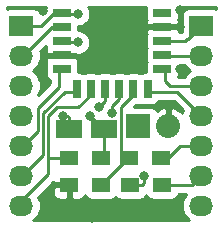
<source format=gbr>
G04 #@! TF.GenerationSoftware,KiCad,Pcbnew,5.1.5-52549c5~84~ubuntu18.04.1*
G04 #@! TF.CreationDate,2020-03-10T10:35:37+01:00*
G04 #@! TF.ProjectId,bm71_MODULE,626d3731-5f4d-44f4-9455-4c452e6b6963,rev?*
G04 #@! TF.SameCoordinates,Original*
G04 #@! TF.FileFunction,Copper,L2,Bot*
G04 #@! TF.FilePolarity,Positive*
%FSLAX46Y46*%
G04 Gerber Fmt 4.6, Leading zero omitted, Abs format (unit mm)*
G04 Created by KiCad (PCBNEW 5.1.5-52549c5~84~ubuntu18.04.1) date 2020-03-10 10:35:37*
%MOMM*%
%LPD*%
G04 APERTURE LIST*
%ADD10R,1.500000X0.700000*%
%ADD11R,0.700000X1.500000*%
%ADD12O,2.032000X2.032000*%
%ADD13R,2.032000X2.032000*%
%ADD14O,2.032000X1.727200*%
%ADD15R,2.032000X1.727200*%
%ADD16R,1.500000X1.300000*%
%ADD17R,2.200000X1.500000*%
%ADD18C,0.800000*%
%ADD19C,0.250000*%
%ADD20C,0.254000*%
G04 APERTURE END LIST*
D10*
X140602000Y-70008000D03*
X140602000Y-71208000D03*
X140602000Y-72408000D03*
X140602000Y-73608000D03*
X140602000Y-74808000D03*
D11*
X141852000Y-76458000D03*
X143052000Y-76458000D03*
X144252000Y-76458000D03*
X145452000Y-76458000D03*
X146652000Y-76458000D03*
X147852000Y-76458000D03*
D10*
X149102000Y-74808000D03*
X149102000Y-73608000D03*
X149102000Y-72408000D03*
X149102000Y-71208000D03*
X149102000Y-70008000D03*
D12*
X149606000Y-79629000D03*
D13*
X147066000Y-79629000D03*
D14*
X137160000Y-86360000D03*
X137160000Y-83820000D03*
X137160000Y-81280000D03*
X137160000Y-78740000D03*
X137160000Y-76200000D03*
X137160000Y-73660000D03*
D15*
X137160000Y-71120000D03*
D16*
X143924000Y-84582000D03*
X141224000Y-84582000D03*
X143924000Y-82296000D03*
X141224000Y-82296000D03*
X146398000Y-84582000D03*
X149098000Y-84582000D03*
X146304000Y-82296000D03*
X149004000Y-82296000D03*
D15*
X152400000Y-71120000D03*
D14*
X152400000Y-73660000D03*
X152400000Y-76200000D03*
X152400000Y-78740000D03*
X152400000Y-81280000D03*
X152400000Y-83820000D03*
X152400000Y-86360000D03*
D17*
X141224000Y-79883000D03*
X144124000Y-79883000D03*
D18*
X140716000Y-78740000D03*
X141986000Y-72517000D03*
X143002000Y-78740000D03*
X143764000Y-77978000D03*
X139192000Y-73660000D03*
X146812000Y-74676000D03*
X145288000Y-74676000D03*
X145288000Y-73533000D03*
X146685000Y-73533000D03*
X146685000Y-72517000D03*
X145288000Y-72517000D03*
X145288000Y-71247000D03*
X146685000Y-71247000D03*
X146685000Y-70231000D03*
X145288000Y-70231000D03*
X143891000Y-70231000D03*
X150622000Y-74803000D03*
X143129000Y-87376000D03*
X146685000Y-86360000D03*
X150622000Y-69799200D03*
X139009547Y-69896147D03*
X150596602Y-71196200D03*
X141986000Y-70104000D03*
X147574000Y-83820000D03*
X144824001Y-78466754D03*
D19*
X141081000Y-78740000D02*
X140716000Y-78740000D01*
X141224000Y-78883000D02*
X141081000Y-78740000D01*
X141224000Y-79883000D02*
X141224000Y-78883000D01*
X144124000Y-79883000D02*
X144124000Y-82096000D01*
X144124000Y-82096000D02*
X143924000Y-82296000D01*
X140461000Y-72517000D02*
X140352000Y-72408000D01*
X141986000Y-72517000D02*
X140461000Y-72517000D01*
X143401999Y-79139999D02*
X143002000Y-78740000D01*
X143616000Y-79883000D02*
X143616000Y-79354000D01*
X143616000Y-79354000D02*
X143401999Y-79139999D01*
X151010400Y-72408000D02*
X151180800Y-72237600D01*
X149352000Y-72408000D02*
X151010400Y-72408000D01*
X151180800Y-72237600D02*
X151282400Y-72237600D01*
X151282400Y-72237600D02*
X152400000Y-71120000D01*
X149404000Y-73660000D02*
X152400000Y-73660000D01*
X149352000Y-73608000D02*
X149404000Y-73660000D01*
X149733000Y-76200000D02*
X152400000Y-76200000D01*
X149352000Y-74808000D02*
X149352000Y-75819000D01*
X149352000Y-75819000D02*
X149733000Y-76200000D01*
X150368000Y-76708000D02*
X152400000Y-78740000D01*
X147852000Y-76708000D02*
X150368000Y-76708000D01*
X144252000Y-77490000D02*
X144163999Y-77578001D01*
X144163999Y-77578001D02*
X143764000Y-77978000D01*
X144252000Y-76708000D02*
X144252000Y-77490000D01*
X139468040Y-82296000D02*
X141224000Y-82296000D01*
X139457020Y-82307020D02*
X139468040Y-82296000D01*
X143052000Y-76943002D02*
X141980004Y-78014998D01*
X140160001Y-78014998D02*
X139457020Y-78717979D01*
X141980004Y-78014998D02*
X140160001Y-78014998D01*
X139457020Y-78717979D02*
X139457020Y-82307020D01*
X143052000Y-76708000D02*
X143052000Y-76943002D01*
X137160000Y-85979000D02*
X137160000Y-86360000D01*
X139457020Y-82307020D02*
X139457020Y-83681980D01*
X139457020Y-83681980D02*
X137160000Y-85979000D01*
X137210800Y-83820000D02*
X137160000Y-83820000D01*
X139007009Y-82023791D02*
X137210800Y-83820000D01*
X139007009Y-78531579D02*
X139007009Y-82023791D01*
X141852000Y-76708000D02*
X140830588Y-76708000D01*
X140830588Y-76708000D02*
X139007009Y-78531579D01*
X140352000Y-76310000D02*
X138557000Y-78105000D01*
X137312400Y-81280000D02*
X137160000Y-81280000D01*
X140352000Y-74808000D02*
X140352000Y-76310000D01*
X138557000Y-78105000D02*
X138557000Y-80035400D01*
X138557000Y-80035400D02*
X137312400Y-81280000D01*
X140352000Y-73608000D02*
X139244000Y-73608000D01*
X139244000Y-73608000D02*
X139192000Y-73660000D01*
X146812000Y-74676000D02*
X145288000Y-74676000D01*
X145288000Y-73533000D02*
X146685000Y-73533000D01*
X146685000Y-72517000D02*
X145288000Y-72517000D01*
X145288000Y-71247000D02*
X146685000Y-71247000D01*
X146685000Y-70231000D02*
X145288000Y-70231000D01*
X144145000Y-86360000D02*
X143129000Y-87376000D01*
X146685000Y-86360000D02*
X144145000Y-86360000D01*
X150622000Y-69799200D02*
X150622000Y-71170802D01*
X150622000Y-71170802D02*
X150596602Y-71196200D01*
X139764400Y-71208000D02*
X140352000Y-71208000D01*
X137312400Y-73660000D02*
X139764400Y-71208000D01*
X137160000Y-73660000D02*
X137312400Y-73660000D01*
X138811000Y-71120000D02*
X137160000Y-71120000D01*
X140352000Y-70008000D02*
X139923000Y-70008000D01*
X139923000Y-70008000D02*
X138811000Y-71120000D01*
X140448000Y-70104000D02*
X140352000Y-70008000D01*
X141986000Y-70104000D02*
X140448000Y-70104000D01*
X143924000Y-84576000D02*
X143924000Y-84582000D01*
X146304000Y-82296000D02*
X146204000Y-82296000D01*
X146204000Y-82296000D02*
X143924000Y-84576000D01*
X146652000Y-76943002D02*
X146652000Y-76708000D01*
X145643600Y-81711800D02*
X145643600Y-77951402D01*
X146304000Y-82296000D02*
X146227800Y-82296000D01*
X145643600Y-77951402D02*
X146652000Y-76943002D01*
X146227800Y-82296000D02*
X145643600Y-81711800D01*
X147574000Y-84406000D02*
X147574000Y-83820000D01*
X146398000Y-84582000D02*
X147398000Y-84582000D01*
X147398000Y-84582000D02*
X147574000Y-84406000D01*
X145452000Y-76708000D02*
X145452000Y-77273070D01*
X145452000Y-77273070D02*
X144824001Y-77901069D01*
X144824001Y-77901069D02*
X144824001Y-78466754D01*
X149098000Y-84582000D02*
X151638000Y-84582000D01*
X151638000Y-84582000D02*
X152400000Y-83820000D01*
X149606000Y-82296000D02*
X149004000Y-82296000D01*
X150622000Y-81280000D02*
X149606000Y-82296000D01*
X152400000Y-81280000D02*
X150622000Y-81280000D01*
D20*
G36*
X139997750Y-84455000D02*
G01*
X141097000Y-84455000D01*
X141097000Y-84435000D01*
X141351000Y-84435000D01*
X141351000Y-84455000D01*
X141371000Y-84455000D01*
X141371000Y-84709000D01*
X141351000Y-84709000D01*
X141351000Y-85708250D01*
X141509750Y-85867000D01*
X141974000Y-85870072D01*
X142098482Y-85857812D01*
X142218180Y-85821502D01*
X142328494Y-85762537D01*
X142425185Y-85683185D01*
X142504537Y-85586494D01*
X142563502Y-85476180D01*
X142574000Y-85441573D01*
X142584498Y-85476180D01*
X142643463Y-85586494D01*
X142722815Y-85683185D01*
X142819506Y-85762537D01*
X142929820Y-85821502D01*
X143049518Y-85857812D01*
X143174000Y-85870072D01*
X144674000Y-85870072D01*
X144798482Y-85857812D01*
X144918180Y-85821502D01*
X145028494Y-85762537D01*
X145125185Y-85683185D01*
X145161000Y-85639544D01*
X145196815Y-85683185D01*
X145293506Y-85762537D01*
X145403820Y-85821502D01*
X145523518Y-85857812D01*
X145648000Y-85870072D01*
X147148000Y-85870072D01*
X147272482Y-85857812D01*
X147392180Y-85821502D01*
X147502494Y-85762537D01*
X147599185Y-85683185D01*
X147678537Y-85586494D01*
X147737502Y-85476180D01*
X147748000Y-85441573D01*
X147758498Y-85476180D01*
X147817463Y-85586494D01*
X147896815Y-85683185D01*
X147993506Y-85762537D01*
X148103820Y-85821502D01*
X148223518Y-85857812D01*
X148348000Y-85870072D01*
X149848000Y-85870072D01*
X149972482Y-85857812D01*
X150092180Y-85821502D01*
X150202494Y-85762537D01*
X150299185Y-85683185D01*
X150378537Y-85586494D01*
X150437502Y-85476180D01*
X150473812Y-85356482D01*
X150475238Y-85342000D01*
X151144398Y-85342000D01*
X150995531Y-85523394D01*
X150856375Y-85783736D01*
X150770684Y-86066223D01*
X150741749Y-86360000D01*
X150770684Y-86653777D01*
X150856375Y-86936264D01*
X150995531Y-87196606D01*
X151182803Y-87424797D01*
X151376792Y-87584000D01*
X138183208Y-87584000D01*
X138377197Y-87424797D01*
X138564469Y-87196606D01*
X138703625Y-86936264D01*
X138789316Y-86653777D01*
X138818251Y-86360000D01*
X138789316Y-86066223D01*
X138703625Y-85783736D01*
X138608337Y-85605465D01*
X138981802Y-85232000D01*
X139835928Y-85232000D01*
X139848188Y-85356482D01*
X139884498Y-85476180D01*
X139943463Y-85586494D01*
X140022815Y-85683185D01*
X140119506Y-85762537D01*
X140229820Y-85821502D01*
X140349518Y-85857812D01*
X140474000Y-85870072D01*
X140938250Y-85867000D01*
X141097000Y-85708250D01*
X141097000Y-84709000D01*
X139997750Y-84709000D01*
X139839000Y-84867750D01*
X139835928Y-85232000D01*
X138981802Y-85232000D01*
X139878276Y-84335526D01*
X139997750Y-84455000D01*
G37*
X139997750Y-84455000D02*
X141097000Y-84455000D01*
X141097000Y-84435000D01*
X141351000Y-84435000D01*
X141351000Y-84455000D01*
X141371000Y-84455000D01*
X141371000Y-84709000D01*
X141351000Y-84709000D01*
X141351000Y-85708250D01*
X141509750Y-85867000D01*
X141974000Y-85870072D01*
X142098482Y-85857812D01*
X142218180Y-85821502D01*
X142328494Y-85762537D01*
X142425185Y-85683185D01*
X142504537Y-85586494D01*
X142563502Y-85476180D01*
X142574000Y-85441573D01*
X142584498Y-85476180D01*
X142643463Y-85586494D01*
X142722815Y-85683185D01*
X142819506Y-85762537D01*
X142929820Y-85821502D01*
X143049518Y-85857812D01*
X143174000Y-85870072D01*
X144674000Y-85870072D01*
X144798482Y-85857812D01*
X144918180Y-85821502D01*
X145028494Y-85762537D01*
X145125185Y-85683185D01*
X145161000Y-85639544D01*
X145196815Y-85683185D01*
X145293506Y-85762537D01*
X145403820Y-85821502D01*
X145523518Y-85857812D01*
X145648000Y-85870072D01*
X147148000Y-85870072D01*
X147272482Y-85857812D01*
X147392180Y-85821502D01*
X147502494Y-85762537D01*
X147599185Y-85683185D01*
X147678537Y-85586494D01*
X147737502Y-85476180D01*
X147748000Y-85441573D01*
X147758498Y-85476180D01*
X147817463Y-85586494D01*
X147896815Y-85683185D01*
X147993506Y-85762537D01*
X148103820Y-85821502D01*
X148223518Y-85857812D01*
X148348000Y-85870072D01*
X149848000Y-85870072D01*
X149972482Y-85857812D01*
X150092180Y-85821502D01*
X150202494Y-85762537D01*
X150299185Y-85683185D01*
X150378537Y-85586494D01*
X150437502Y-85476180D01*
X150473812Y-85356482D01*
X150475238Y-85342000D01*
X151144398Y-85342000D01*
X150995531Y-85523394D01*
X150856375Y-85783736D01*
X150770684Y-86066223D01*
X150741749Y-86360000D01*
X150770684Y-86653777D01*
X150856375Y-86936264D01*
X150995531Y-87196606D01*
X151182803Y-87424797D01*
X151376792Y-87584000D01*
X138183208Y-87584000D01*
X138377197Y-87424797D01*
X138564469Y-87196606D01*
X138703625Y-86936264D01*
X138789316Y-86653777D01*
X138818251Y-86360000D01*
X138789316Y-86066223D01*
X138703625Y-85783736D01*
X138608337Y-85605465D01*
X138981802Y-85232000D01*
X139835928Y-85232000D01*
X139848188Y-85356482D01*
X139884498Y-85476180D01*
X139943463Y-85586494D01*
X140022815Y-85683185D01*
X140119506Y-85762537D01*
X140229820Y-85821502D01*
X140349518Y-85857812D01*
X140474000Y-85870072D01*
X140938250Y-85867000D01*
X141097000Y-85708250D01*
X141097000Y-84709000D01*
X139997750Y-84709000D01*
X139839000Y-84867750D01*
X139835928Y-85232000D01*
X138981802Y-85232000D01*
X139878276Y-84335526D01*
X139997750Y-84455000D01*
G36*
X150831369Y-78246170D02*
G01*
X150770684Y-78446223D01*
X150768940Y-78463930D01*
X150728569Y-78418358D01*
X150470815Y-78222618D01*
X150179826Y-78080924D01*
X149988944Y-78023025D01*
X149733000Y-78142164D01*
X149733000Y-79502000D01*
X149753000Y-79502000D01*
X149753000Y-79756000D01*
X149733000Y-79756000D01*
X149733000Y-79776000D01*
X149479000Y-79776000D01*
X149479000Y-79756000D01*
X149459000Y-79756000D01*
X149459000Y-79502000D01*
X149479000Y-79502000D01*
X149479000Y-78142164D01*
X149223056Y-78023025D01*
X149032174Y-78080924D01*
X148741185Y-78222618D01*
X148636036Y-78302469D01*
X148612537Y-78258506D01*
X148533185Y-78161815D01*
X148436494Y-78082463D01*
X148326180Y-78023498D01*
X148206482Y-77987188D01*
X148082000Y-77974928D01*
X146694876Y-77974928D01*
X146823732Y-77846072D01*
X147002000Y-77846072D01*
X147126482Y-77833812D01*
X147246180Y-77797502D01*
X147252000Y-77794391D01*
X147257820Y-77797502D01*
X147377518Y-77833812D01*
X147502000Y-77846072D01*
X148202000Y-77846072D01*
X148326482Y-77833812D01*
X148446180Y-77797502D01*
X148556494Y-77738537D01*
X148653185Y-77659185D01*
X148732537Y-77562494D01*
X148783046Y-77468000D01*
X150053199Y-77468000D01*
X150831369Y-78246170D01*
G37*
X150831369Y-78246170D02*
X150770684Y-78446223D01*
X150768940Y-78463930D01*
X150728569Y-78418358D01*
X150470815Y-78222618D01*
X150179826Y-78080924D01*
X149988944Y-78023025D01*
X149733000Y-78142164D01*
X149733000Y-79502000D01*
X149753000Y-79502000D01*
X149753000Y-79756000D01*
X149733000Y-79756000D01*
X149733000Y-79776000D01*
X149479000Y-79776000D01*
X149479000Y-79756000D01*
X149459000Y-79756000D01*
X149459000Y-79502000D01*
X149479000Y-79502000D01*
X149479000Y-78142164D01*
X149223056Y-78023025D01*
X149032174Y-78080924D01*
X148741185Y-78222618D01*
X148636036Y-78302469D01*
X148612537Y-78258506D01*
X148533185Y-78161815D01*
X148436494Y-78082463D01*
X148326180Y-78023498D01*
X148206482Y-77987188D01*
X148082000Y-77974928D01*
X146694876Y-77974928D01*
X146823732Y-77846072D01*
X147002000Y-77846072D01*
X147126482Y-77833812D01*
X147246180Y-77797502D01*
X147252000Y-77794391D01*
X147257820Y-77797502D01*
X147377518Y-77833812D01*
X147502000Y-77846072D01*
X148202000Y-77846072D01*
X148326482Y-77833812D01*
X148446180Y-77797502D01*
X148556494Y-77738537D01*
X148653185Y-77659185D01*
X148732537Y-77562494D01*
X148783046Y-77468000D01*
X150053199Y-77468000D01*
X150831369Y-78246170D01*
G36*
X137287000Y-78613000D02*
G01*
X137307000Y-78613000D01*
X137307000Y-78867000D01*
X137287000Y-78867000D01*
X137287000Y-78887000D01*
X137033000Y-78887000D01*
X137033000Y-78867000D01*
X137013000Y-78867000D01*
X137013000Y-78613000D01*
X137033000Y-78613000D01*
X137033000Y-78593000D01*
X137287000Y-78593000D01*
X137287000Y-78613000D01*
G37*
X137287000Y-78613000D02*
X137307000Y-78613000D01*
X137307000Y-78867000D01*
X137287000Y-78867000D01*
X137287000Y-78887000D01*
X137033000Y-78887000D01*
X137033000Y-78867000D01*
X137013000Y-78867000D01*
X137013000Y-78613000D01*
X137033000Y-78613000D01*
X137033000Y-78593000D01*
X137287000Y-78593000D01*
X137287000Y-78613000D01*
G36*
X147726188Y-69533518D02*
G01*
X147713928Y-69658000D01*
X147713928Y-70358000D01*
X147726188Y-70482482D01*
X147762498Y-70602180D01*
X147765609Y-70608000D01*
X147762498Y-70613820D01*
X147726188Y-70733518D01*
X147713928Y-70858000D01*
X147717000Y-70922250D01*
X147875750Y-71081000D01*
X148975000Y-71081000D01*
X148975000Y-71061000D01*
X149229000Y-71061000D01*
X149229000Y-71081000D01*
X150328250Y-71081000D01*
X150487000Y-70922250D01*
X150490072Y-70858000D01*
X150477812Y-70733518D01*
X150441502Y-70613820D01*
X150438391Y-70608000D01*
X150441502Y-70602180D01*
X150477812Y-70482482D01*
X150490072Y-70358000D01*
X150490072Y-69658000D01*
X150477812Y-69533518D01*
X150472195Y-69515000D01*
X153624001Y-69515000D01*
X153624001Y-69655923D01*
X153540482Y-69630588D01*
X153416000Y-69618328D01*
X151384000Y-69618328D01*
X151259518Y-69630588D01*
X151139820Y-69666898D01*
X151029506Y-69725863D01*
X150932815Y-69805215D01*
X150853463Y-69901906D01*
X150794498Y-70012220D01*
X150758188Y-70131918D01*
X150745928Y-70256400D01*
X150745928Y-71648000D01*
X150481208Y-71648000D01*
X150490072Y-71558000D01*
X150487000Y-71493750D01*
X150328250Y-71335000D01*
X149229000Y-71335000D01*
X149229000Y-71355000D01*
X148975000Y-71355000D01*
X148975000Y-71335000D01*
X147875750Y-71335000D01*
X147717000Y-71493750D01*
X147713928Y-71558000D01*
X147726188Y-71682482D01*
X147762498Y-71802180D01*
X147765609Y-71808000D01*
X147762498Y-71813820D01*
X147726188Y-71933518D01*
X147713928Y-72058000D01*
X147713928Y-72758000D01*
X147726188Y-72882482D01*
X147762498Y-73002180D01*
X147765609Y-73008000D01*
X147762498Y-73013820D01*
X147726188Y-73133518D01*
X147713928Y-73258000D01*
X147713928Y-73958000D01*
X147726188Y-74082482D01*
X147762498Y-74202180D01*
X147765609Y-74208000D01*
X147762498Y-74213820D01*
X147726188Y-74333518D01*
X147713928Y-74458000D01*
X147713928Y-75069928D01*
X147502000Y-75069928D01*
X147377518Y-75082188D01*
X147257820Y-75118498D01*
X147252000Y-75121609D01*
X147246180Y-75118498D01*
X147126482Y-75082188D01*
X147002000Y-75069928D01*
X146302000Y-75069928D01*
X146177518Y-75082188D01*
X146057820Y-75118498D01*
X146052000Y-75121609D01*
X146046180Y-75118498D01*
X145926482Y-75082188D01*
X145802000Y-75069928D01*
X145102000Y-75069928D01*
X144977518Y-75082188D01*
X144857820Y-75118498D01*
X144852000Y-75121609D01*
X144846180Y-75118498D01*
X144726482Y-75082188D01*
X144602000Y-75069928D01*
X143902000Y-75069928D01*
X143777518Y-75082188D01*
X143657820Y-75118498D01*
X143652000Y-75121609D01*
X143646180Y-75118498D01*
X143526482Y-75082188D01*
X143402000Y-75069928D01*
X142702000Y-75069928D01*
X142577518Y-75082188D01*
X142457820Y-75118498D01*
X142452000Y-75121609D01*
X142446180Y-75118498D01*
X142326482Y-75082188D01*
X142202000Y-75069928D01*
X141990072Y-75069928D01*
X141990072Y-74458000D01*
X141977812Y-74333518D01*
X141941502Y-74213820D01*
X141938391Y-74208000D01*
X141941502Y-74202180D01*
X141977812Y-74082482D01*
X141990072Y-73958000D01*
X141987000Y-73893750D01*
X141828250Y-73735000D01*
X140729000Y-73735000D01*
X140729000Y-73755000D01*
X140475000Y-73755000D01*
X140475000Y-73735000D01*
X139375750Y-73735000D01*
X139217000Y-73893750D01*
X139213928Y-73958000D01*
X139226188Y-74082482D01*
X139262498Y-74202180D01*
X139265609Y-74208000D01*
X139262498Y-74213820D01*
X139226188Y-74333518D01*
X139213928Y-74458000D01*
X139213928Y-75158000D01*
X139226188Y-75282482D01*
X139262498Y-75402180D01*
X139321463Y-75512494D01*
X139400815Y-75609185D01*
X139497506Y-75688537D01*
X139592001Y-75739046D01*
X139592001Y-75995197D01*
X138580403Y-77006796D01*
X138703625Y-76776264D01*
X138789316Y-76493777D01*
X138818251Y-76200000D01*
X138789316Y-75906223D01*
X138703625Y-75623736D01*
X138564469Y-75363394D01*
X138377197Y-75135203D01*
X138149006Y-74947931D01*
X138115460Y-74930000D01*
X138149006Y-74912069D01*
X138377197Y-74724797D01*
X138564469Y-74496606D01*
X138703625Y-74236264D01*
X138789316Y-73953777D01*
X138818251Y-73660000D01*
X138789316Y-73366223D01*
X138764101Y-73283100D01*
X139220677Y-72826525D01*
X139226188Y-72882482D01*
X139262498Y-73002180D01*
X139265609Y-73008000D01*
X139262498Y-73013820D01*
X139226188Y-73133518D01*
X139213928Y-73258000D01*
X139217000Y-73322250D01*
X139375750Y-73481000D01*
X140475000Y-73481000D01*
X140475000Y-73461000D01*
X140729000Y-73461000D01*
X140729000Y-73481000D01*
X141608716Y-73481000D01*
X141684102Y-73512226D01*
X141884061Y-73552000D01*
X142087939Y-73552000D01*
X142287898Y-73512226D01*
X142476256Y-73434205D01*
X142645774Y-73320937D01*
X142789937Y-73176774D01*
X142903205Y-73007256D01*
X142981226Y-72818898D01*
X143021000Y-72618939D01*
X143021000Y-72415061D01*
X142981226Y-72215102D01*
X142903205Y-72026744D01*
X142789937Y-71857226D01*
X142645774Y-71713063D01*
X142476256Y-71599795D01*
X142287898Y-71521774D01*
X142087939Y-71482000D01*
X141990072Y-71482000D01*
X141990072Y-71139000D01*
X142087939Y-71139000D01*
X142287898Y-71099226D01*
X142476256Y-71021205D01*
X142645774Y-70907937D01*
X142789937Y-70763774D01*
X142903205Y-70594256D01*
X142981226Y-70405898D01*
X143021000Y-70205939D01*
X143021000Y-70002061D01*
X142981226Y-69802102D01*
X142903205Y-69613744D01*
X142837227Y-69515000D01*
X147731805Y-69515000D01*
X147726188Y-69533518D01*
G37*
X147726188Y-69533518D02*
X147713928Y-69658000D01*
X147713928Y-70358000D01*
X147726188Y-70482482D01*
X147762498Y-70602180D01*
X147765609Y-70608000D01*
X147762498Y-70613820D01*
X147726188Y-70733518D01*
X147713928Y-70858000D01*
X147717000Y-70922250D01*
X147875750Y-71081000D01*
X148975000Y-71081000D01*
X148975000Y-71061000D01*
X149229000Y-71061000D01*
X149229000Y-71081000D01*
X150328250Y-71081000D01*
X150487000Y-70922250D01*
X150490072Y-70858000D01*
X150477812Y-70733518D01*
X150441502Y-70613820D01*
X150438391Y-70608000D01*
X150441502Y-70602180D01*
X150477812Y-70482482D01*
X150490072Y-70358000D01*
X150490072Y-69658000D01*
X150477812Y-69533518D01*
X150472195Y-69515000D01*
X153624001Y-69515000D01*
X153624001Y-69655923D01*
X153540482Y-69630588D01*
X153416000Y-69618328D01*
X151384000Y-69618328D01*
X151259518Y-69630588D01*
X151139820Y-69666898D01*
X151029506Y-69725863D01*
X150932815Y-69805215D01*
X150853463Y-69901906D01*
X150794498Y-70012220D01*
X150758188Y-70131918D01*
X150745928Y-70256400D01*
X150745928Y-71648000D01*
X150481208Y-71648000D01*
X150490072Y-71558000D01*
X150487000Y-71493750D01*
X150328250Y-71335000D01*
X149229000Y-71335000D01*
X149229000Y-71355000D01*
X148975000Y-71355000D01*
X148975000Y-71335000D01*
X147875750Y-71335000D01*
X147717000Y-71493750D01*
X147713928Y-71558000D01*
X147726188Y-71682482D01*
X147762498Y-71802180D01*
X147765609Y-71808000D01*
X147762498Y-71813820D01*
X147726188Y-71933518D01*
X147713928Y-72058000D01*
X147713928Y-72758000D01*
X147726188Y-72882482D01*
X147762498Y-73002180D01*
X147765609Y-73008000D01*
X147762498Y-73013820D01*
X147726188Y-73133518D01*
X147713928Y-73258000D01*
X147713928Y-73958000D01*
X147726188Y-74082482D01*
X147762498Y-74202180D01*
X147765609Y-74208000D01*
X147762498Y-74213820D01*
X147726188Y-74333518D01*
X147713928Y-74458000D01*
X147713928Y-75069928D01*
X147502000Y-75069928D01*
X147377518Y-75082188D01*
X147257820Y-75118498D01*
X147252000Y-75121609D01*
X147246180Y-75118498D01*
X147126482Y-75082188D01*
X147002000Y-75069928D01*
X146302000Y-75069928D01*
X146177518Y-75082188D01*
X146057820Y-75118498D01*
X146052000Y-75121609D01*
X146046180Y-75118498D01*
X145926482Y-75082188D01*
X145802000Y-75069928D01*
X145102000Y-75069928D01*
X144977518Y-75082188D01*
X144857820Y-75118498D01*
X144852000Y-75121609D01*
X144846180Y-75118498D01*
X144726482Y-75082188D01*
X144602000Y-75069928D01*
X143902000Y-75069928D01*
X143777518Y-75082188D01*
X143657820Y-75118498D01*
X143652000Y-75121609D01*
X143646180Y-75118498D01*
X143526482Y-75082188D01*
X143402000Y-75069928D01*
X142702000Y-75069928D01*
X142577518Y-75082188D01*
X142457820Y-75118498D01*
X142452000Y-75121609D01*
X142446180Y-75118498D01*
X142326482Y-75082188D01*
X142202000Y-75069928D01*
X141990072Y-75069928D01*
X141990072Y-74458000D01*
X141977812Y-74333518D01*
X141941502Y-74213820D01*
X141938391Y-74208000D01*
X141941502Y-74202180D01*
X141977812Y-74082482D01*
X141990072Y-73958000D01*
X141987000Y-73893750D01*
X141828250Y-73735000D01*
X140729000Y-73735000D01*
X140729000Y-73755000D01*
X140475000Y-73755000D01*
X140475000Y-73735000D01*
X139375750Y-73735000D01*
X139217000Y-73893750D01*
X139213928Y-73958000D01*
X139226188Y-74082482D01*
X139262498Y-74202180D01*
X139265609Y-74208000D01*
X139262498Y-74213820D01*
X139226188Y-74333518D01*
X139213928Y-74458000D01*
X139213928Y-75158000D01*
X139226188Y-75282482D01*
X139262498Y-75402180D01*
X139321463Y-75512494D01*
X139400815Y-75609185D01*
X139497506Y-75688537D01*
X139592001Y-75739046D01*
X139592001Y-75995197D01*
X138580403Y-77006796D01*
X138703625Y-76776264D01*
X138789316Y-76493777D01*
X138818251Y-76200000D01*
X138789316Y-75906223D01*
X138703625Y-75623736D01*
X138564469Y-75363394D01*
X138377197Y-75135203D01*
X138149006Y-74947931D01*
X138115460Y-74930000D01*
X138149006Y-74912069D01*
X138377197Y-74724797D01*
X138564469Y-74496606D01*
X138703625Y-74236264D01*
X138789316Y-73953777D01*
X138818251Y-73660000D01*
X138789316Y-73366223D01*
X138764101Y-73283100D01*
X139220677Y-72826525D01*
X139226188Y-72882482D01*
X139262498Y-73002180D01*
X139265609Y-73008000D01*
X139262498Y-73013820D01*
X139226188Y-73133518D01*
X139213928Y-73258000D01*
X139217000Y-73322250D01*
X139375750Y-73481000D01*
X140475000Y-73481000D01*
X140475000Y-73461000D01*
X140729000Y-73461000D01*
X140729000Y-73481000D01*
X141608716Y-73481000D01*
X141684102Y-73512226D01*
X141884061Y-73552000D01*
X142087939Y-73552000D01*
X142287898Y-73512226D01*
X142476256Y-73434205D01*
X142645774Y-73320937D01*
X142789937Y-73176774D01*
X142903205Y-73007256D01*
X142981226Y-72818898D01*
X143021000Y-72618939D01*
X143021000Y-72415061D01*
X142981226Y-72215102D01*
X142903205Y-72026744D01*
X142789937Y-71857226D01*
X142645774Y-71713063D01*
X142476256Y-71599795D01*
X142287898Y-71521774D01*
X142087939Y-71482000D01*
X141990072Y-71482000D01*
X141990072Y-71139000D01*
X142087939Y-71139000D01*
X142287898Y-71099226D01*
X142476256Y-71021205D01*
X142645774Y-70907937D01*
X142789937Y-70763774D01*
X142903205Y-70594256D01*
X142981226Y-70405898D01*
X143021000Y-70205939D01*
X143021000Y-70002061D01*
X142981226Y-69802102D01*
X142903205Y-69613744D01*
X142837227Y-69515000D01*
X147731805Y-69515000D01*
X147726188Y-69533518D01*
G36*
X150995531Y-74496606D02*
G01*
X151182803Y-74724797D01*
X151410994Y-74912069D01*
X151444540Y-74930000D01*
X151410994Y-74947931D01*
X151182803Y-75135203D01*
X150995531Y-75363394D01*
X150954584Y-75440000D01*
X150421286Y-75440000D01*
X150441502Y-75402180D01*
X150477812Y-75282482D01*
X150490072Y-75158000D01*
X150490072Y-74458000D01*
X150486329Y-74420000D01*
X150954584Y-74420000D01*
X150995531Y-74496606D01*
G37*
X150995531Y-74496606D02*
X151182803Y-74724797D01*
X151410994Y-74912069D01*
X151444540Y-74930000D01*
X151410994Y-74947931D01*
X151182803Y-75135203D01*
X150995531Y-75363394D01*
X150954584Y-75440000D01*
X150421286Y-75440000D01*
X150441502Y-75402180D01*
X150477812Y-75282482D01*
X150490072Y-75158000D01*
X150490072Y-74458000D01*
X150486329Y-74420000D01*
X150954584Y-74420000D01*
X150995531Y-74496606D01*
G36*
X139226188Y-69533518D02*
G01*
X139215647Y-69640551D01*
X138783767Y-70072431D01*
X138765502Y-70012220D01*
X138706537Y-69901906D01*
X138627185Y-69805215D01*
X138530494Y-69725863D01*
X138420180Y-69666898D01*
X138300482Y-69630588D01*
X138176000Y-69618328D01*
X136144000Y-69618328D01*
X136019518Y-69630588D01*
X135936000Y-69655923D01*
X135936000Y-69515000D01*
X139231805Y-69515000D01*
X139226188Y-69533518D01*
G37*
X139226188Y-69533518D02*
X139215647Y-69640551D01*
X138783767Y-70072431D01*
X138765502Y-70012220D01*
X138706537Y-69901906D01*
X138627185Y-69805215D01*
X138530494Y-69725863D01*
X138420180Y-69666898D01*
X138300482Y-69630588D01*
X138176000Y-69618328D01*
X136144000Y-69618328D01*
X136019518Y-69630588D01*
X135936000Y-69655923D01*
X135936000Y-69515000D01*
X139231805Y-69515000D01*
X139226188Y-69533518D01*
M02*

</source>
